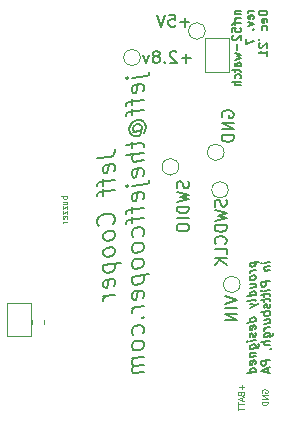
<source format=gbr>
%TF.GenerationSoftware,KiCad,Pcbnew,(5.99.0-8775-g06a515339c)*%
%TF.CreationDate,2021-12-27T00:45:30-05:00*%
%TF.ProjectId,mk2,6d6b322e-6b69-4636-9164-5f7063625858,rev?*%
%TF.SameCoordinates,Original*%
%TF.FileFunction,Legend,Bot*%
%TF.FilePolarity,Positive*%
%FSLAX46Y46*%
G04 Gerber Fmt 4.6, Leading zero omitted, Abs format (unit mm)*
G04 Created by KiCad (PCBNEW (5.99.0-8775-g06a515339c)) date 2021-12-27 00:45:30*
%MOMM*%
%LPD*%
G01*
G04 APERTURE LIST*
%ADD10C,0.175000*%
%ADD11C,0.150000*%
%ADD12C,0.125000*%
%ADD13C,0.187500*%
%ADD14C,0.200000*%
%ADD15C,0.120000*%
G04 APERTURE END LIST*
D10*
X31473000Y-13030416D02*
X31939666Y-13030416D01*
X31539666Y-13030416D02*
X31506333Y-13063750D01*
X31473000Y-13130416D01*
X31473000Y-13230416D01*
X31506333Y-13297083D01*
X31573000Y-13330416D01*
X31939666Y-13330416D01*
X31939666Y-13663750D02*
X31473000Y-13663750D01*
X31606333Y-13663750D02*
X31539666Y-13697083D01*
X31506333Y-13730416D01*
X31473000Y-13797083D01*
X31473000Y-13863750D01*
X31473000Y-13997083D02*
X31473000Y-14263750D01*
X31939666Y-14097083D02*
X31339666Y-14097083D01*
X31273000Y-14130416D01*
X31239666Y-14197083D01*
X31239666Y-14263750D01*
X31239666Y-14830416D02*
X31239666Y-14497083D01*
X31573000Y-14463750D01*
X31539666Y-14497083D01*
X31506333Y-14563750D01*
X31506333Y-14730416D01*
X31539666Y-14797083D01*
X31573000Y-14830416D01*
X31639666Y-14863750D01*
X31806333Y-14863750D01*
X31873000Y-14830416D01*
X31906333Y-14797083D01*
X31939666Y-14730416D01*
X31939666Y-14563750D01*
X31906333Y-14497083D01*
X31873000Y-14463750D01*
X31306333Y-15130416D02*
X31273000Y-15163750D01*
X31239666Y-15230416D01*
X31239666Y-15397083D01*
X31273000Y-15463750D01*
X31306333Y-15497083D01*
X31373000Y-15530416D01*
X31439666Y-15530416D01*
X31539666Y-15497083D01*
X31939666Y-15097083D01*
X31939666Y-15530416D01*
X31673000Y-15830416D02*
X31673000Y-16363750D01*
X31473000Y-16630416D02*
X31939666Y-16763750D01*
X31606333Y-16897083D01*
X31939666Y-17030416D01*
X31473000Y-17163750D01*
X31939666Y-17730416D02*
X31573000Y-17730416D01*
X31506333Y-17697083D01*
X31473000Y-17630416D01*
X31473000Y-17497083D01*
X31506333Y-17430416D01*
X31906333Y-17730416D02*
X31939666Y-17663750D01*
X31939666Y-17497083D01*
X31906333Y-17430416D01*
X31839666Y-17397083D01*
X31773000Y-17397083D01*
X31706333Y-17430416D01*
X31673000Y-17497083D01*
X31673000Y-17663750D01*
X31639666Y-17730416D01*
X31473000Y-17963750D02*
X31473000Y-18230416D01*
X31239666Y-18063750D02*
X31839666Y-18063750D01*
X31906333Y-18097083D01*
X31939666Y-18163750D01*
X31939666Y-18230416D01*
X31906333Y-18763750D02*
X31939666Y-18697083D01*
X31939666Y-18563750D01*
X31906333Y-18497083D01*
X31873000Y-18463750D01*
X31806333Y-18430416D01*
X31606333Y-18430416D01*
X31539666Y-18463750D01*
X31506333Y-18497083D01*
X31473000Y-18563750D01*
X31473000Y-18697083D01*
X31506333Y-18763750D01*
X31939666Y-19063750D02*
X31239666Y-19063750D01*
X31939666Y-19363750D02*
X31573000Y-19363750D01*
X31506333Y-19330416D01*
X31473000Y-19263750D01*
X31473000Y-19163750D01*
X31506333Y-19097083D01*
X31539666Y-19063750D01*
X33066666Y-13030416D02*
X32600000Y-13030416D01*
X32733333Y-13030416D02*
X32666666Y-13063750D01*
X32633333Y-13097083D01*
X32600000Y-13163750D01*
X32600000Y-13230416D01*
X33033333Y-13730416D02*
X33066666Y-13663750D01*
X33066666Y-13530416D01*
X33033333Y-13463750D01*
X32966666Y-13430416D01*
X32700000Y-13430416D01*
X32633333Y-13463750D01*
X32600000Y-13530416D01*
X32600000Y-13663750D01*
X32633333Y-13730416D01*
X32700000Y-13763750D01*
X32766666Y-13763750D01*
X32833333Y-13430416D01*
X32600000Y-13997083D02*
X33066666Y-14163750D01*
X32600000Y-14330416D01*
X33000000Y-14597083D02*
X33033333Y-14630416D01*
X33066666Y-14597083D01*
X33033333Y-14563750D01*
X33000000Y-14597083D01*
X33066666Y-14597083D01*
X32366666Y-15397083D02*
X32366666Y-15863750D01*
X33066666Y-15563750D01*
X34193666Y-13030416D02*
X33493666Y-13030416D01*
X33493666Y-13197083D01*
X33527000Y-13297083D01*
X33593666Y-13363750D01*
X33660333Y-13397083D01*
X33793666Y-13430416D01*
X33893666Y-13430416D01*
X34027000Y-13397083D01*
X34093666Y-13363750D01*
X34160333Y-13297083D01*
X34193666Y-13197083D01*
X34193666Y-13030416D01*
X34160333Y-13997083D02*
X34193666Y-13930416D01*
X34193666Y-13797083D01*
X34160333Y-13730416D01*
X34093666Y-13697083D01*
X33827000Y-13697083D01*
X33760333Y-13730416D01*
X33727000Y-13797083D01*
X33727000Y-13930416D01*
X33760333Y-13997083D01*
X33827000Y-14030416D01*
X33893666Y-14030416D01*
X33960333Y-13697083D01*
X34160333Y-14630416D02*
X34193666Y-14563750D01*
X34193666Y-14430416D01*
X34160333Y-14363750D01*
X34127000Y-14330416D01*
X34060333Y-14297083D01*
X33860333Y-14297083D01*
X33793666Y-14330416D01*
X33760333Y-14363750D01*
X33727000Y-14430416D01*
X33727000Y-14563750D01*
X33760333Y-14630416D01*
X33493666Y-15497083D02*
X33627000Y-15430416D01*
X33560333Y-15763750D02*
X33527000Y-15797083D01*
X33493666Y-15863750D01*
X33493666Y-16030416D01*
X33527000Y-16097083D01*
X33560333Y-16130416D01*
X33627000Y-16163750D01*
X33693666Y-16163750D01*
X33793666Y-16130416D01*
X34193666Y-15730416D01*
X34193666Y-16163750D01*
X34193666Y-16830416D02*
X34193666Y-16430416D01*
X34193666Y-16630416D02*
X33493666Y-16630416D01*
X33593666Y-16563750D01*
X33660333Y-16497083D01*
X33693666Y-16430416D01*
D11*
X27702380Y-17071428D02*
X26940476Y-17071428D01*
X27321428Y-17452380D02*
X27321428Y-16690476D01*
X26511904Y-16547619D02*
X26464285Y-16500000D01*
X26369047Y-16452380D01*
X26130952Y-16452380D01*
X26035714Y-16500000D01*
X25988095Y-16547619D01*
X25940476Y-16642857D01*
X25940476Y-16738095D01*
X25988095Y-16880952D01*
X26559523Y-17452380D01*
X25940476Y-17452380D01*
X25511904Y-17357142D02*
X25464285Y-17404761D01*
X25511904Y-17452380D01*
X25559523Y-17404761D01*
X25511904Y-17357142D01*
X25511904Y-17452380D01*
X24892857Y-16880952D02*
X24988095Y-16833333D01*
X25035714Y-16785714D01*
X25083333Y-16690476D01*
X25083333Y-16642857D01*
X25035714Y-16547619D01*
X24988095Y-16500000D01*
X24892857Y-16452380D01*
X24702380Y-16452380D01*
X24607142Y-16500000D01*
X24559523Y-16547619D01*
X24511904Y-16642857D01*
X24511904Y-16690476D01*
X24559523Y-16785714D01*
X24607142Y-16833333D01*
X24702380Y-16880952D01*
X24892857Y-16880952D01*
X24988095Y-16928571D01*
X25035714Y-16976190D01*
X25083333Y-17071428D01*
X25083333Y-17261904D01*
X25035714Y-17357142D01*
X24988095Y-17404761D01*
X24892857Y-17452380D01*
X24702380Y-17452380D01*
X24607142Y-17404761D01*
X24559523Y-17357142D01*
X24511904Y-17261904D01*
X24511904Y-17071428D01*
X24559523Y-16976190D01*
X24607142Y-16928571D01*
X24702380Y-16880952D01*
X24178571Y-16785714D02*
X23940476Y-17452380D01*
X23702380Y-16785714D01*
X27600114Y-13990628D02*
X26838209Y-13990628D01*
X27219161Y-14371580D02*
X27219161Y-13609676D01*
X25885828Y-13371580D02*
X26362019Y-13371580D01*
X26409638Y-13847771D01*
X26362019Y-13800152D01*
X26266780Y-13752533D01*
X26028685Y-13752533D01*
X25933447Y-13800152D01*
X25885828Y-13847771D01*
X25838209Y-13943009D01*
X25838209Y-14181104D01*
X25885828Y-14276342D01*
X25933447Y-14323961D01*
X26028685Y-14371580D01*
X26266780Y-14371580D01*
X26362019Y-14323961D01*
X26409638Y-14276342D01*
X25552495Y-13371580D02*
X25219161Y-14371580D01*
X24885828Y-13371580D01*
D12*
X17244190Y-28737857D02*
X16744190Y-28737857D01*
X16934666Y-28737857D02*
X16910857Y-28785476D01*
X16910857Y-28880714D01*
X16934666Y-28928333D01*
X16958476Y-28952142D01*
X17006095Y-28975952D01*
X17148952Y-28975952D01*
X17196571Y-28952142D01*
X17220380Y-28928333D01*
X17244190Y-28880714D01*
X17244190Y-28785476D01*
X17220380Y-28737857D01*
X16910857Y-29404523D02*
X17244190Y-29404523D01*
X16910857Y-29190238D02*
X17172761Y-29190238D01*
X17220380Y-29214047D01*
X17244190Y-29261666D01*
X17244190Y-29333095D01*
X17220380Y-29380714D01*
X17196571Y-29404523D01*
X16910857Y-29595000D02*
X16910857Y-29856904D01*
X17244190Y-29595000D01*
X17244190Y-29856904D01*
X16910857Y-29999761D02*
X16910857Y-30261666D01*
X17244190Y-29999761D01*
X17244190Y-30261666D01*
X17220380Y-30642619D02*
X17244190Y-30595000D01*
X17244190Y-30499761D01*
X17220380Y-30452142D01*
X17172761Y-30428333D01*
X16982285Y-30428333D01*
X16934666Y-30452142D01*
X16910857Y-30499761D01*
X16910857Y-30595000D01*
X16934666Y-30642619D01*
X16982285Y-30666428D01*
X17029904Y-30666428D01*
X17077523Y-30428333D01*
X17244190Y-30880714D02*
X16910857Y-30880714D01*
X17006095Y-30880714D02*
X16958476Y-30904523D01*
X16934666Y-30928333D01*
X16910857Y-30975952D01*
X16910857Y-31023571D01*
D11*
X30652380Y-37204761D02*
X31652380Y-37538095D01*
X30652380Y-37871428D01*
X31652380Y-38204761D02*
X30652380Y-38204761D01*
X31652380Y-38680952D02*
X30652380Y-38680952D01*
X31652380Y-39252380D01*
X30652380Y-39252380D01*
X30400000Y-22038095D02*
X30352380Y-21942857D01*
X30352380Y-21800000D01*
X30400000Y-21657142D01*
X30495238Y-21561904D01*
X30590476Y-21514285D01*
X30780952Y-21466666D01*
X30923809Y-21466666D01*
X31114285Y-21514285D01*
X31209523Y-21561904D01*
X31304761Y-21657142D01*
X31352380Y-21800000D01*
X31352380Y-21895238D01*
X31304761Y-22038095D01*
X31257142Y-22085714D01*
X30923809Y-22085714D01*
X30923809Y-21895238D01*
X31352380Y-22514285D02*
X30352380Y-22514285D01*
X31352380Y-23085714D01*
X30352380Y-23085714D01*
X31352380Y-23561904D02*
X30352380Y-23561904D01*
X30352380Y-23800000D01*
X30400000Y-23942857D01*
X30495238Y-24038095D01*
X30590476Y-24085714D01*
X30780952Y-24133333D01*
X30923809Y-24133333D01*
X31114285Y-24085714D01*
X31209523Y-24038095D01*
X31304761Y-23942857D01*
X31352380Y-23800000D01*
X31352380Y-23561904D01*
D13*
X32735535Y-34367410D02*
X33485535Y-34273660D01*
X32771250Y-34362946D02*
X32735535Y-34438839D01*
X32735535Y-34581696D01*
X32771250Y-34648660D01*
X32806964Y-34679910D01*
X32878392Y-34706696D01*
X33092678Y-34679910D01*
X33164107Y-34635267D01*
X33199821Y-34595089D01*
X33235535Y-34519196D01*
X33235535Y-34376339D01*
X33199821Y-34309375D01*
X33235535Y-34983482D02*
X32735535Y-35045982D01*
X32878392Y-35028125D02*
X32806964Y-35072767D01*
X32771250Y-35112946D01*
X32735535Y-35188839D01*
X32735535Y-35260267D01*
X33235535Y-35554910D02*
X33199821Y-35487946D01*
X33164107Y-35456696D01*
X33092678Y-35429910D01*
X32878392Y-35456696D01*
X32806964Y-35501339D01*
X32771250Y-35541517D01*
X32735535Y-35617410D01*
X32735535Y-35724553D01*
X32771250Y-35791517D01*
X32806964Y-35822767D01*
X32878392Y-35849553D01*
X33092678Y-35822767D01*
X33164107Y-35778125D01*
X33199821Y-35737946D01*
X33235535Y-35662053D01*
X33235535Y-35554910D01*
X32735535Y-36510267D02*
X33235535Y-36447767D01*
X32735535Y-36188839D02*
X33128392Y-36139732D01*
X33199821Y-36166517D01*
X33235535Y-36233482D01*
X33235535Y-36340625D01*
X33199821Y-36416517D01*
X33164107Y-36456696D01*
X33235535Y-37126339D02*
X32485535Y-37220089D01*
X33199821Y-37130803D02*
X33235535Y-37054910D01*
X33235535Y-36912053D01*
X33199821Y-36845089D01*
X33164107Y-36813839D01*
X33092678Y-36787053D01*
X32878392Y-36813839D01*
X32806964Y-36858482D01*
X32771250Y-36898660D01*
X32735535Y-36974553D01*
X32735535Y-37117410D01*
X32771250Y-37184375D01*
X33235535Y-37590625D02*
X33199821Y-37523660D01*
X33128392Y-37496875D01*
X32485535Y-37577232D01*
X32735535Y-37867410D02*
X33235535Y-37983482D01*
X32735535Y-38224553D02*
X33235535Y-37983482D01*
X33414107Y-37889732D01*
X33449821Y-37849553D01*
X33485535Y-37773660D01*
X33235535Y-39340625D02*
X32485535Y-39434375D01*
X33199821Y-39345089D02*
X33235535Y-39269196D01*
X33235535Y-39126339D01*
X33199821Y-39059375D01*
X33164107Y-39028125D01*
X33092678Y-39001339D01*
X32878392Y-39028125D01*
X32806964Y-39072767D01*
X32771250Y-39112946D01*
X32735535Y-39188839D01*
X32735535Y-39331696D01*
X32771250Y-39398660D01*
X33199821Y-39987946D02*
X33235535Y-39912053D01*
X33235535Y-39769196D01*
X33199821Y-39702232D01*
X33128392Y-39675446D01*
X32842678Y-39711160D01*
X32771250Y-39755803D01*
X32735535Y-39831696D01*
X32735535Y-39974553D01*
X32771250Y-40041517D01*
X32842678Y-40068303D01*
X32914107Y-40059375D01*
X32985535Y-39693303D01*
X33199821Y-40309375D02*
X33235535Y-40376339D01*
X33235535Y-40519196D01*
X33199821Y-40595089D01*
X33128392Y-40639732D01*
X33092678Y-40644196D01*
X33021250Y-40617410D01*
X32985535Y-40550446D01*
X32985535Y-40443303D01*
X32949821Y-40376339D01*
X32878392Y-40349553D01*
X32842678Y-40354017D01*
X32771250Y-40398660D01*
X32735535Y-40474553D01*
X32735535Y-40581696D01*
X32771250Y-40648660D01*
X33235535Y-40947767D02*
X32735535Y-41010267D01*
X32485535Y-41041517D02*
X32521250Y-41001339D01*
X32556964Y-41032589D01*
X32521250Y-41072767D01*
X32485535Y-41041517D01*
X32556964Y-41032589D01*
X32735535Y-41688839D02*
X33342678Y-41612946D01*
X33414107Y-41568303D01*
X33449821Y-41528125D01*
X33485535Y-41452232D01*
X33485535Y-41345089D01*
X33449821Y-41278125D01*
X33199821Y-41630803D02*
X33235535Y-41554910D01*
X33235535Y-41412053D01*
X33199821Y-41345089D01*
X33164107Y-41313839D01*
X33092678Y-41287053D01*
X32878392Y-41313839D01*
X32806964Y-41358482D01*
X32771250Y-41398660D01*
X32735535Y-41474553D01*
X32735535Y-41617410D01*
X32771250Y-41684375D01*
X32735535Y-42045982D02*
X33235535Y-41983482D01*
X32806964Y-42037053D02*
X32771250Y-42077232D01*
X32735535Y-42153125D01*
X32735535Y-42260267D01*
X32771250Y-42327232D01*
X32842678Y-42354017D01*
X33235535Y-42304910D01*
X33199821Y-42952232D02*
X33235535Y-42876339D01*
X33235535Y-42733482D01*
X33199821Y-42666517D01*
X33128392Y-42639732D01*
X32842678Y-42675446D01*
X32771250Y-42720089D01*
X32735535Y-42795982D01*
X32735535Y-42938839D01*
X32771250Y-43005803D01*
X32842678Y-43032589D01*
X32914107Y-43023660D01*
X32985535Y-42657589D01*
X33235535Y-43626339D02*
X32485535Y-43720089D01*
X33199821Y-43630803D02*
X33235535Y-43554910D01*
X33235535Y-43412053D01*
X33199821Y-43345089D01*
X33164107Y-43313839D01*
X33092678Y-43287053D01*
X32878392Y-43313839D01*
X32806964Y-43358482D01*
X32771250Y-43398660D01*
X32735535Y-43474553D01*
X32735535Y-43617410D01*
X32771250Y-43684375D01*
X34443035Y-34304910D02*
X33943035Y-34367410D01*
X33693035Y-34398660D02*
X33728750Y-34358482D01*
X33764464Y-34389732D01*
X33728750Y-34429910D01*
X33693035Y-34398660D01*
X33764464Y-34389732D01*
X33943035Y-34724553D02*
X34443035Y-34662053D01*
X34014464Y-34715625D02*
X33978750Y-34755803D01*
X33943035Y-34831696D01*
X33943035Y-34938839D01*
X33978750Y-35005803D01*
X34050178Y-35032589D01*
X34443035Y-34983482D01*
X34443035Y-35912053D02*
X33693035Y-36005803D01*
X33693035Y-36291517D01*
X33728750Y-36358482D01*
X33764464Y-36389732D01*
X33835892Y-36416517D01*
X33943035Y-36403125D01*
X34014464Y-36358482D01*
X34050178Y-36318303D01*
X34085892Y-36242410D01*
X34085892Y-35956696D01*
X34443035Y-36662053D02*
X33943035Y-36724553D01*
X33693035Y-36755803D02*
X33728750Y-36715625D01*
X33764464Y-36746875D01*
X33728750Y-36787053D01*
X33693035Y-36755803D01*
X33764464Y-36746875D01*
X33943035Y-36974553D02*
X33943035Y-37260267D01*
X33693035Y-37112946D02*
X34335892Y-37032589D01*
X34407321Y-37059375D01*
X34443035Y-37126339D01*
X34443035Y-37197767D01*
X33943035Y-37403125D02*
X33943035Y-37688839D01*
X33693035Y-37541517D02*
X34335892Y-37461160D01*
X34407321Y-37487946D01*
X34443035Y-37554910D01*
X34443035Y-37626339D01*
X34407321Y-37845089D02*
X34443035Y-37912053D01*
X34443035Y-38054910D01*
X34407321Y-38130803D01*
X34335892Y-38175446D01*
X34300178Y-38179910D01*
X34228750Y-38153125D01*
X34193035Y-38086160D01*
X34193035Y-37979017D01*
X34157321Y-37912053D01*
X34085892Y-37885267D01*
X34050178Y-37889732D01*
X33978750Y-37934375D01*
X33943035Y-38010267D01*
X33943035Y-38117410D01*
X33978750Y-38184375D01*
X34443035Y-38483482D02*
X33693035Y-38577232D01*
X33978750Y-38541517D02*
X33943035Y-38617410D01*
X33943035Y-38760267D01*
X33978750Y-38827232D01*
X34014464Y-38858482D01*
X34085892Y-38885267D01*
X34300178Y-38858482D01*
X34371607Y-38813839D01*
X34407321Y-38773660D01*
X34443035Y-38697767D01*
X34443035Y-38554910D01*
X34407321Y-38487946D01*
X33943035Y-39545982D02*
X34443035Y-39483482D01*
X33943035Y-39224553D02*
X34335892Y-39175446D01*
X34407321Y-39202232D01*
X34443035Y-39269196D01*
X34443035Y-39376339D01*
X34407321Y-39452232D01*
X34371607Y-39492410D01*
X34443035Y-39840625D02*
X33943035Y-39903125D01*
X34085892Y-39885267D02*
X34014464Y-39929910D01*
X33978750Y-39970089D01*
X33943035Y-40045982D01*
X33943035Y-40117410D01*
X33943035Y-40688839D02*
X34550178Y-40612946D01*
X34621607Y-40568303D01*
X34657321Y-40528125D01*
X34693035Y-40452232D01*
X34693035Y-40345089D01*
X34657321Y-40278125D01*
X34407321Y-40630803D02*
X34443035Y-40554910D01*
X34443035Y-40412053D01*
X34407321Y-40345089D01*
X34371607Y-40313839D01*
X34300178Y-40287053D01*
X34085892Y-40313839D01*
X34014464Y-40358482D01*
X33978750Y-40398660D01*
X33943035Y-40474553D01*
X33943035Y-40617410D01*
X33978750Y-40684375D01*
X34443035Y-40983482D02*
X33693035Y-41077232D01*
X34443035Y-41304910D02*
X34050178Y-41354017D01*
X33978750Y-41327232D01*
X33943035Y-41260267D01*
X33943035Y-41153125D01*
X33978750Y-41077232D01*
X34014464Y-41037053D01*
X34407321Y-41702232D02*
X34443035Y-41697767D01*
X34514464Y-41653125D01*
X34550178Y-41612946D01*
X34443035Y-42590625D02*
X33693035Y-42684375D01*
X33693035Y-42970089D01*
X33728750Y-43037053D01*
X33764464Y-43068303D01*
X33835892Y-43095089D01*
X33943035Y-43081696D01*
X34014464Y-43037053D01*
X34050178Y-42996875D01*
X34085892Y-42920982D01*
X34085892Y-42635267D01*
X34228750Y-43331696D02*
X34228750Y-43688839D01*
X34443035Y-43233482D02*
X33693035Y-43577232D01*
X34443035Y-43733482D01*
D12*
X32035714Y-44714285D02*
X32035714Y-45095238D01*
X32226190Y-44904761D02*
X31845238Y-44904761D01*
X31964285Y-45500000D02*
X31988095Y-45571428D01*
X32011904Y-45595238D01*
X32059523Y-45619047D01*
X32130952Y-45619047D01*
X32178571Y-45595238D01*
X32202380Y-45571428D01*
X32226190Y-45523809D01*
X32226190Y-45333333D01*
X31726190Y-45333333D01*
X31726190Y-45500000D01*
X31750000Y-45547619D01*
X31773809Y-45571428D01*
X31821428Y-45595238D01*
X31869047Y-45595238D01*
X31916666Y-45571428D01*
X31940476Y-45547619D01*
X31964285Y-45500000D01*
X31964285Y-45333333D01*
X32083333Y-45809523D02*
X32083333Y-46047619D01*
X32226190Y-45761904D02*
X31726190Y-45928571D01*
X32226190Y-46095238D01*
X31726190Y-46190476D02*
X31726190Y-46476190D01*
X32226190Y-46333333D02*
X31726190Y-46333333D01*
X31726190Y-46571428D02*
X31726190Y-46857142D01*
X32226190Y-46714285D02*
X31726190Y-46714285D01*
D11*
X30704761Y-29038095D02*
X30752380Y-29180952D01*
X30752380Y-29419047D01*
X30704761Y-29514285D01*
X30657142Y-29561904D01*
X30561904Y-29609523D01*
X30466666Y-29609523D01*
X30371428Y-29561904D01*
X30323809Y-29514285D01*
X30276190Y-29419047D01*
X30228571Y-29228571D01*
X30180952Y-29133333D01*
X30133333Y-29085714D01*
X30038095Y-29038095D01*
X29942857Y-29038095D01*
X29847619Y-29085714D01*
X29800000Y-29133333D01*
X29752380Y-29228571D01*
X29752380Y-29466666D01*
X29800000Y-29609523D01*
X29752380Y-29942857D02*
X30752380Y-30180952D01*
X30038095Y-30371428D01*
X30752380Y-30561904D01*
X29752380Y-30800000D01*
X30752380Y-31180952D02*
X29752380Y-31180952D01*
X29752380Y-31419047D01*
X29800000Y-31561904D01*
X29895238Y-31657142D01*
X29990476Y-31704761D01*
X30180952Y-31752380D01*
X30323809Y-31752380D01*
X30514285Y-31704761D01*
X30609523Y-31657142D01*
X30704761Y-31561904D01*
X30752380Y-31419047D01*
X30752380Y-31180952D01*
X30657142Y-32752380D02*
X30704761Y-32704761D01*
X30752380Y-32561904D01*
X30752380Y-32466666D01*
X30704761Y-32323809D01*
X30609523Y-32228571D01*
X30514285Y-32180952D01*
X30323809Y-32133333D01*
X30180952Y-32133333D01*
X29990476Y-32180952D01*
X29895238Y-32228571D01*
X29800000Y-32323809D01*
X29752380Y-32466666D01*
X29752380Y-32561904D01*
X29800000Y-32704761D01*
X29847619Y-32752380D01*
X30752380Y-33657142D02*
X30752380Y-33180952D01*
X29752380Y-33180952D01*
X30752380Y-33990476D02*
X29752380Y-33990476D01*
X30752380Y-34561904D02*
X30180952Y-34133333D01*
X29752380Y-34561904D02*
X30323809Y-33990476D01*
X27504761Y-27480952D02*
X27552380Y-27623809D01*
X27552380Y-27861904D01*
X27504761Y-27957142D01*
X27457142Y-28004761D01*
X27361904Y-28052380D01*
X27266666Y-28052380D01*
X27171428Y-28004761D01*
X27123809Y-27957142D01*
X27076190Y-27861904D01*
X27028571Y-27671428D01*
X26980952Y-27576190D01*
X26933333Y-27528571D01*
X26838095Y-27480952D01*
X26742857Y-27480952D01*
X26647619Y-27528571D01*
X26600000Y-27576190D01*
X26552380Y-27671428D01*
X26552380Y-27909523D01*
X26600000Y-28052380D01*
X26552380Y-28385714D02*
X27552380Y-28623809D01*
X26838095Y-28814285D01*
X27552380Y-29004761D01*
X26552380Y-29242857D01*
X27552380Y-29623809D02*
X26552380Y-29623809D01*
X26552380Y-29861904D01*
X26600000Y-30004761D01*
X26695238Y-30100000D01*
X26790476Y-30147619D01*
X26980952Y-30195238D01*
X27123809Y-30195238D01*
X27314285Y-30147619D01*
X27409523Y-30100000D01*
X27504761Y-30004761D01*
X27552380Y-29861904D01*
X27552380Y-29623809D01*
X27552380Y-30623809D02*
X26552380Y-30623809D01*
X26552380Y-31290476D02*
X26552380Y-31480952D01*
X26600000Y-31576190D01*
X26695238Y-31671428D01*
X26885714Y-31719047D01*
X27219047Y-31719047D01*
X27409523Y-31671428D01*
X27504761Y-31576190D01*
X27552380Y-31480952D01*
X27552380Y-31290476D01*
X27504761Y-31195238D01*
X27409523Y-31100000D01*
X27219047Y-31052380D01*
X26885714Y-31052380D01*
X26695238Y-31100000D01*
X26600000Y-31195238D01*
X26552380Y-31290476D01*
D14*
X19815071Y-25537491D02*
X20886500Y-25403562D01*
X21100785Y-25305348D01*
X21243642Y-25144633D01*
X21315071Y-24921419D01*
X21315071Y-24778562D01*
X21243642Y-26644633D02*
X21315071Y-26492848D01*
X21315071Y-26207133D01*
X21243642Y-26073205D01*
X21100785Y-26019633D01*
X20529357Y-26091062D01*
X20386500Y-26180348D01*
X20315071Y-26332133D01*
X20315071Y-26617848D01*
X20386500Y-26751776D01*
X20529357Y-26805348D01*
X20672214Y-26787491D01*
X20815071Y-26055348D01*
X20315071Y-27260705D02*
X20315071Y-27832133D01*
X21315071Y-27349991D02*
X20029357Y-27510705D01*
X19886500Y-27599991D01*
X19815071Y-27751776D01*
X19815071Y-27894633D01*
X20315071Y-28117848D02*
X20315071Y-28689276D01*
X21315071Y-28207133D02*
X20029357Y-28367848D01*
X19886500Y-28457133D01*
X19815071Y-28608919D01*
X19815071Y-28751776D01*
X21172214Y-31082133D02*
X21243642Y-31001776D01*
X21315071Y-30778562D01*
X21315071Y-30635705D01*
X21243642Y-30430348D01*
X21100785Y-30305348D01*
X20957928Y-30251776D01*
X20672214Y-30216062D01*
X20457928Y-30242848D01*
X20172214Y-30349991D01*
X20029357Y-30439276D01*
X19886500Y-30599991D01*
X19815071Y-30823205D01*
X19815071Y-30966062D01*
X19886500Y-31171419D01*
X19957928Y-31233919D01*
X21315071Y-31921419D02*
X21243642Y-31787491D01*
X21172214Y-31724991D01*
X21029357Y-31671419D01*
X20600785Y-31724991D01*
X20457928Y-31814276D01*
X20386500Y-31894633D01*
X20315071Y-32046419D01*
X20315071Y-32260705D01*
X20386500Y-32394633D01*
X20457928Y-32457133D01*
X20600785Y-32510705D01*
X21029357Y-32457133D01*
X21172214Y-32367848D01*
X21243642Y-32287491D01*
X21315071Y-32135705D01*
X21315071Y-31921419D01*
X21315071Y-33278562D02*
X21243642Y-33144633D01*
X21172214Y-33082133D01*
X21029357Y-33028562D01*
X20600785Y-33082133D01*
X20457928Y-33171419D01*
X20386500Y-33251776D01*
X20315071Y-33403562D01*
X20315071Y-33617848D01*
X20386500Y-33751776D01*
X20457928Y-33814276D01*
X20600785Y-33867848D01*
X21029357Y-33814276D01*
X21172214Y-33724991D01*
X21243642Y-33644633D01*
X21315071Y-33492848D01*
X21315071Y-33278562D01*
X20315071Y-34546419D02*
X21815071Y-34358919D01*
X20386500Y-34537491D02*
X20315071Y-34689276D01*
X20315071Y-34974991D01*
X20386500Y-35108919D01*
X20457928Y-35171419D01*
X20600785Y-35224991D01*
X21029357Y-35171419D01*
X21172214Y-35082133D01*
X21243642Y-35001776D01*
X21315071Y-34849991D01*
X21315071Y-34564276D01*
X21243642Y-34430348D01*
X21243642Y-36358919D02*
X21315071Y-36207133D01*
X21315071Y-35921419D01*
X21243642Y-35787491D01*
X21100785Y-35733919D01*
X20529357Y-35805348D01*
X20386500Y-35894633D01*
X20315071Y-36046419D01*
X20315071Y-36332133D01*
X20386500Y-36466062D01*
X20529357Y-36519633D01*
X20672214Y-36501776D01*
X20815071Y-35769633D01*
X21315071Y-37064276D02*
X20315071Y-37189276D01*
X20600785Y-37153562D02*
X20457928Y-37242848D01*
X20386500Y-37323205D01*
X20315071Y-37474991D01*
X20315071Y-37617848D01*
X22730071Y-18689276D02*
X24015785Y-18528562D01*
X24158642Y-18439276D01*
X24230071Y-18287491D01*
X24230071Y-18216062D01*
X22230071Y-18751776D02*
X22301500Y-18671419D01*
X22372928Y-18733919D01*
X22301500Y-18814276D01*
X22230071Y-18751776D01*
X22372928Y-18733919D01*
X23658642Y-19858919D02*
X23730071Y-19707133D01*
X23730071Y-19421419D01*
X23658642Y-19287491D01*
X23515785Y-19233919D01*
X22944357Y-19305348D01*
X22801500Y-19394633D01*
X22730071Y-19546419D01*
X22730071Y-19832133D01*
X22801500Y-19966062D01*
X22944357Y-20019633D01*
X23087214Y-20001776D01*
X23230071Y-19269633D01*
X22730071Y-20474991D02*
X22730071Y-21046419D01*
X23730071Y-20564276D02*
X22444357Y-20724991D01*
X22301500Y-20814276D01*
X22230071Y-20966062D01*
X22230071Y-21108919D01*
X22730071Y-21332133D02*
X22730071Y-21903562D01*
X23730071Y-21421419D02*
X22444357Y-21582133D01*
X22301500Y-21671419D01*
X22230071Y-21823205D01*
X22230071Y-21966062D01*
X23015785Y-23296419D02*
X22944357Y-23233919D01*
X22872928Y-23099991D01*
X22872928Y-22957133D01*
X22944357Y-22805348D01*
X23015785Y-22724991D01*
X23158642Y-22635705D01*
X23301500Y-22617848D01*
X23444357Y-22671419D01*
X23515785Y-22733919D01*
X23587214Y-22867848D01*
X23587214Y-23010705D01*
X23515785Y-23162491D01*
X23444357Y-23242848D01*
X22872928Y-23314276D02*
X23444357Y-23242848D01*
X23515785Y-23305348D01*
X23515785Y-23376776D01*
X23444357Y-23528562D01*
X23301500Y-23617848D01*
X22944357Y-23662491D01*
X22730071Y-23546419D01*
X22587214Y-23349991D01*
X22515785Y-23073205D01*
X22587214Y-22778562D01*
X22730071Y-22546419D01*
X22944357Y-22376776D01*
X23230071Y-22269633D01*
X23515785Y-22305348D01*
X23730071Y-22421419D01*
X23872928Y-22617848D01*
X23944357Y-22894633D01*
X23872928Y-23189276D01*
X23730071Y-23421419D01*
X22730071Y-24117848D02*
X22730071Y-24689276D01*
X22230071Y-24394633D02*
X23515785Y-24233919D01*
X23658642Y-24287491D01*
X23730071Y-24421419D01*
X23730071Y-24564276D01*
X23730071Y-25064276D02*
X22230071Y-25251776D01*
X23730071Y-25707133D02*
X22944357Y-25805348D01*
X22801500Y-25751776D01*
X22730071Y-25617848D01*
X22730071Y-25403562D01*
X22801500Y-25251776D01*
X22872928Y-25171419D01*
X23658642Y-27001776D02*
X23730071Y-26849991D01*
X23730071Y-26564276D01*
X23658642Y-26430348D01*
X23515785Y-26376776D01*
X22944357Y-26448205D01*
X22801500Y-26537491D01*
X22730071Y-26689276D01*
X22730071Y-26974991D01*
X22801500Y-27108919D01*
X22944357Y-27162491D01*
X23087214Y-27144633D01*
X23230071Y-26412491D01*
X22730071Y-27832133D02*
X24015785Y-27671419D01*
X24158642Y-27582133D01*
X24230071Y-27430348D01*
X24230071Y-27358919D01*
X22230071Y-27894633D02*
X22301500Y-27814276D01*
X22372928Y-27876776D01*
X22301500Y-27957133D01*
X22230071Y-27894633D01*
X22372928Y-27876776D01*
X23658642Y-29001776D02*
X23730071Y-28849991D01*
X23730071Y-28564276D01*
X23658642Y-28430348D01*
X23515785Y-28376776D01*
X22944357Y-28448205D01*
X22801500Y-28537491D01*
X22730071Y-28689276D01*
X22730071Y-28974991D01*
X22801500Y-29108919D01*
X22944357Y-29162491D01*
X23087214Y-29144633D01*
X23230071Y-28412491D01*
X22730071Y-29617848D02*
X22730071Y-30189276D01*
X23730071Y-29707133D02*
X22444357Y-29867848D01*
X22301500Y-29957133D01*
X22230071Y-30108919D01*
X22230071Y-30251776D01*
X22730071Y-30474991D02*
X22730071Y-31046419D01*
X23730071Y-30564276D02*
X22444357Y-30724991D01*
X22301500Y-30814276D01*
X22230071Y-30966062D01*
X22230071Y-31108919D01*
X23658642Y-32073205D02*
X23730071Y-31921419D01*
X23730071Y-31635705D01*
X23658642Y-31501776D01*
X23587214Y-31439276D01*
X23444357Y-31385705D01*
X23015785Y-31439276D01*
X22872928Y-31528562D01*
X22801500Y-31608919D01*
X22730071Y-31760705D01*
X22730071Y-32046419D01*
X22801500Y-32180348D01*
X23730071Y-32921419D02*
X23658642Y-32787491D01*
X23587214Y-32724991D01*
X23444357Y-32671419D01*
X23015785Y-32724991D01*
X22872928Y-32814276D01*
X22801500Y-32894633D01*
X22730071Y-33046419D01*
X22730071Y-33260705D01*
X22801500Y-33394633D01*
X22872928Y-33457133D01*
X23015785Y-33510705D01*
X23444357Y-33457133D01*
X23587214Y-33367848D01*
X23658642Y-33287491D01*
X23730071Y-33135705D01*
X23730071Y-32921419D01*
X23730071Y-34278562D02*
X23658642Y-34144633D01*
X23587214Y-34082133D01*
X23444357Y-34028562D01*
X23015785Y-34082133D01*
X22872928Y-34171419D01*
X22801500Y-34251776D01*
X22730071Y-34403562D01*
X22730071Y-34617848D01*
X22801500Y-34751776D01*
X22872928Y-34814276D01*
X23015785Y-34867848D01*
X23444357Y-34814276D01*
X23587214Y-34724991D01*
X23658642Y-34644633D01*
X23730071Y-34492848D01*
X23730071Y-34278562D01*
X22730071Y-35546419D02*
X24230071Y-35358919D01*
X22801500Y-35537491D02*
X22730071Y-35689276D01*
X22730071Y-35974991D01*
X22801500Y-36108919D01*
X22872928Y-36171419D01*
X23015785Y-36224991D01*
X23444357Y-36171419D01*
X23587214Y-36082133D01*
X23658642Y-36001776D01*
X23730071Y-35849991D01*
X23730071Y-35564276D01*
X23658642Y-35430348D01*
X23658642Y-37358919D02*
X23730071Y-37207133D01*
X23730071Y-36921419D01*
X23658642Y-36787491D01*
X23515785Y-36733919D01*
X22944357Y-36805348D01*
X22801500Y-36894633D01*
X22730071Y-37046419D01*
X22730071Y-37332133D01*
X22801500Y-37466062D01*
X22944357Y-37519633D01*
X23087214Y-37501776D01*
X23230071Y-36769633D01*
X23730071Y-38064276D02*
X22730071Y-38189276D01*
X23015785Y-38153562D02*
X22872928Y-38242848D01*
X22801500Y-38323205D01*
X22730071Y-38474991D01*
X22730071Y-38617848D01*
X23587214Y-39010705D02*
X23658642Y-39073205D01*
X23730071Y-38992848D01*
X23658642Y-38930348D01*
X23587214Y-39010705D01*
X23730071Y-38992848D01*
X23658642Y-40358919D02*
X23730071Y-40207133D01*
X23730071Y-39921419D01*
X23658642Y-39787491D01*
X23587214Y-39724991D01*
X23444357Y-39671419D01*
X23015785Y-39724991D01*
X22872928Y-39814276D01*
X22801500Y-39894633D01*
X22730071Y-40046419D01*
X22730071Y-40332133D01*
X22801500Y-40466062D01*
X23730071Y-41207133D02*
X23658642Y-41073205D01*
X23587214Y-41010705D01*
X23444357Y-40957133D01*
X23015785Y-41010705D01*
X22872928Y-41099991D01*
X22801500Y-41180348D01*
X22730071Y-41332133D01*
X22730071Y-41546419D01*
X22801500Y-41680348D01*
X22872928Y-41742848D01*
X23015785Y-41796419D01*
X23444357Y-41742848D01*
X23587214Y-41653562D01*
X23658642Y-41573205D01*
X23730071Y-41421419D01*
X23730071Y-41207133D01*
X23730071Y-42349991D02*
X22730071Y-42474991D01*
X22872928Y-42457133D02*
X22801500Y-42537491D01*
X22730071Y-42689276D01*
X22730071Y-42903562D01*
X22801500Y-43037491D01*
X22944357Y-43091062D01*
X23730071Y-42992848D01*
X22944357Y-43091062D02*
X22801500Y-43180348D01*
X22730071Y-43332133D01*
X22730071Y-43546419D01*
X22801500Y-43680348D01*
X22944357Y-43733919D01*
X23730071Y-43635705D01*
D12*
X33750000Y-45369047D02*
X33726190Y-45321428D01*
X33726190Y-45250000D01*
X33750000Y-45178571D01*
X33797619Y-45130952D01*
X33845238Y-45107142D01*
X33940476Y-45083333D01*
X34011904Y-45083333D01*
X34107142Y-45107142D01*
X34154761Y-45130952D01*
X34202380Y-45178571D01*
X34226190Y-45250000D01*
X34226190Y-45297619D01*
X34202380Y-45369047D01*
X34178571Y-45392857D01*
X34011904Y-45392857D01*
X34011904Y-45297619D01*
X34226190Y-45607142D02*
X33726190Y-45607142D01*
X34226190Y-45892857D01*
X33726190Y-45892857D01*
X34226190Y-46130952D02*
X33726190Y-46130952D01*
X33726190Y-46250000D01*
X33750000Y-46321428D01*
X33797619Y-46369047D01*
X33845238Y-46392857D01*
X33940476Y-46416666D01*
X34011904Y-46416666D01*
X34107142Y-46392857D01*
X34154761Y-46369047D01*
X34202380Y-46321428D01*
X34226190Y-46250000D01*
X34226190Y-46130952D01*
D15*
%TO.C,R1*%
X15310000Y-39562779D02*
X15310000Y-39237221D01*
X14290000Y-39562779D02*
X14290000Y-39237221D01*
%TO.C,TP5*%
X31900000Y-36200000D02*
G75*
G03*
X31900000Y-36200000I-700000J0D01*
G01*
%TO.C,TP1*%
X30545000Y-25019000D02*
G75*
G03*
X30545000Y-25019000I-700000J0D01*
G01*
%TO.C,TP3*%
X23450000Y-17000000D02*
G75*
G03*
X23450000Y-17000000I-700000J0D01*
G01*
%TO.C,TP6*%
X28950000Y-14750000D02*
G75*
G03*
X28950000Y-14750000I-700000J0D01*
G01*
%TO.C,JP3*%
X14200000Y-40600000D02*
X14200000Y-37800000D01*
X12200000Y-37800000D02*
X12200000Y-40600000D01*
X14200000Y-37800000D02*
X12200000Y-37800000D01*
X12200000Y-40600000D02*
X14200000Y-40600000D01*
%TO.C,TP4*%
X26700000Y-26250000D02*
G75*
G03*
X26700000Y-26250000I-700000J0D01*
G01*
%TO.C,TP2*%
X30900000Y-28200000D02*
G75*
G03*
X30900000Y-28200000I-700000J0D01*
G01*
%TO.C,JP1*%
X30972000Y-15379000D02*
X28972000Y-15379000D01*
X30972000Y-18179000D02*
X30972000Y-15379000D01*
X28972000Y-18179000D02*
X30972000Y-18179000D01*
X28972000Y-15379000D02*
X28972000Y-18179000D01*
%TD*%
M02*

</source>
